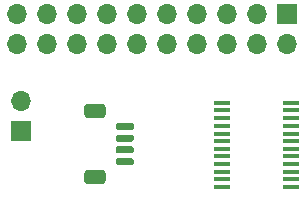
<source format=gbr>
%TF.GenerationSoftware,KiCad,Pcbnew,(5.1.12)-1*%
%TF.CreationDate,2022-03-16T22:40:05-06:00*%
%TF.ProjectId,RelayDriver,52656c61-7944-4726-9976-65722e6b6963,rev?*%
%TF.SameCoordinates,Original*%
%TF.FileFunction,Soldermask,Top*%
%TF.FilePolarity,Negative*%
%FSLAX46Y46*%
G04 Gerber Fmt 4.6, Leading zero omitted, Abs format (unit mm)*
G04 Created by KiCad (PCBNEW (5.1.12)-1) date 2022-03-16 22:40:05*
%MOMM*%
%LPD*%
G01*
G04 APERTURE LIST*
%ADD10O,1.700000X1.700000*%
%ADD11R,1.700000X1.700000*%
%ADD12R,1.473200X0.355600*%
G04 APERTURE END LIST*
D10*
%TO.C,J3*%
X61874400Y-59588400D03*
D11*
X61874400Y-62128400D03*
%TD*%
D12*
%TO.C,U1*%
X78867000Y-66878200D03*
X78867000Y-66217800D03*
X78867000Y-65582800D03*
X78867000Y-64922400D03*
X78867000Y-64262000D03*
X78867000Y-63627000D03*
X78867000Y-62966600D03*
X78867000Y-62331600D03*
X78867000Y-61671200D03*
X78867000Y-61010800D03*
X78867000Y-60375800D03*
X78867000Y-59715400D03*
X84709000Y-59715400D03*
X84709000Y-60375800D03*
X84709000Y-61010800D03*
X84709000Y-61671200D03*
X84709000Y-62331600D03*
X84709000Y-62966600D03*
X84709000Y-63627000D03*
X84709000Y-64262000D03*
X84709000Y-64922400D03*
X84709000Y-65582800D03*
X84709000Y-66217800D03*
X84709000Y-66878200D03*
%TD*%
D10*
%TO.C,J2*%
X61569600Y-54762400D03*
X61569600Y-52222400D03*
X64109600Y-54762400D03*
X64109600Y-52222400D03*
X66649600Y-54762400D03*
X66649600Y-52222400D03*
X69189600Y-54762400D03*
X69189600Y-52222400D03*
X71729600Y-54762400D03*
X71729600Y-52222400D03*
X74269600Y-54762400D03*
X74269600Y-52222400D03*
X76809600Y-54762400D03*
X76809600Y-52222400D03*
X79349600Y-54762400D03*
X79349600Y-52222400D03*
X81889600Y-54762400D03*
X81889600Y-52222400D03*
X84429600Y-54762400D03*
D11*
X84429600Y-52222400D03*
%TD*%
%TO.C,J1*%
G36*
G01*
X68792001Y-61020600D02*
X67491999Y-61020600D01*
G75*
G02*
X67242000Y-60770601I0J249999D01*
G01*
X67242000Y-60070599D01*
G75*
G02*
X67491999Y-59820600I249999J0D01*
G01*
X68792001Y-59820600D01*
G75*
G02*
X69042000Y-60070599I0J-249999D01*
G01*
X69042000Y-60770601D01*
G75*
G02*
X68792001Y-61020600I-249999J0D01*
G01*
G37*
G36*
G01*
X68792001Y-66620600D02*
X67491999Y-66620600D01*
G75*
G02*
X67242000Y-66370601I0J249999D01*
G01*
X67242000Y-65670599D01*
G75*
G02*
X67491999Y-65420600I249999J0D01*
G01*
X68792001Y-65420600D01*
G75*
G02*
X69042000Y-65670599I0J-249999D01*
G01*
X69042000Y-66370601D01*
G75*
G02*
X68792001Y-66620600I-249999J0D01*
G01*
G37*
G36*
G01*
X71292000Y-62020600D02*
X70042000Y-62020600D01*
G75*
G02*
X69892000Y-61870600I0J150000D01*
G01*
X69892000Y-61570600D01*
G75*
G02*
X70042000Y-61420600I150000J0D01*
G01*
X71292000Y-61420600D01*
G75*
G02*
X71442000Y-61570600I0J-150000D01*
G01*
X71442000Y-61870600D01*
G75*
G02*
X71292000Y-62020600I-150000J0D01*
G01*
G37*
G36*
G01*
X71292000Y-63020600D02*
X70042000Y-63020600D01*
G75*
G02*
X69892000Y-62870600I0J150000D01*
G01*
X69892000Y-62570600D01*
G75*
G02*
X70042000Y-62420600I150000J0D01*
G01*
X71292000Y-62420600D01*
G75*
G02*
X71442000Y-62570600I0J-150000D01*
G01*
X71442000Y-62870600D01*
G75*
G02*
X71292000Y-63020600I-150000J0D01*
G01*
G37*
G36*
G01*
X71292000Y-64020600D02*
X70042000Y-64020600D01*
G75*
G02*
X69892000Y-63870600I0J150000D01*
G01*
X69892000Y-63570600D01*
G75*
G02*
X70042000Y-63420600I150000J0D01*
G01*
X71292000Y-63420600D01*
G75*
G02*
X71442000Y-63570600I0J-150000D01*
G01*
X71442000Y-63870600D01*
G75*
G02*
X71292000Y-64020600I-150000J0D01*
G01*
G37*
G36*
G01*
X71292000Y-65020600D02*
X70042000Y-65020600D01*
G75*
G02*
X69892000Y-64870600I0J150000D01*
G01*
X69892000Y-64570600D01*
G75*
G02*
X70042000Y-64420600I150000J0D01*
G01*
X71292000Y-64420600D01*
G75*
G02*
X71442000Y-64570600I0J-150000D01*
G01*
X71442000Y-64870600D01*
G75*
G02*
X71292000Y-65020600I-150000J0D01*
G01*
G37*
%TD*%
M02*

</source>
